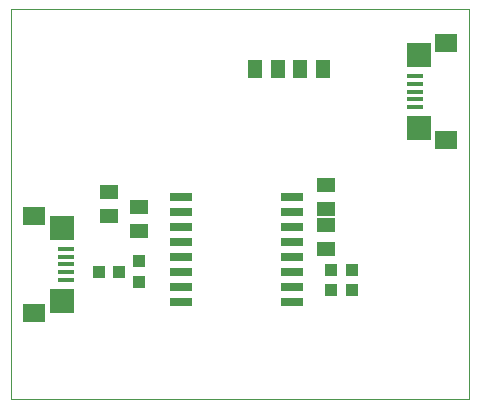
<source format=gtp>
G75*
%MOIN*%
%OFA0B0*%
%FSLAX24Y24*%
%IPPOS*%
%LPD*%
%AMOC8*
5,1,8,0,0,1.08239X$1,22.5*
%
%ADD10C,0.0000*%
%ADD11R,0.0758X0.0256*%
%ADD12R,0.0787X0.0827*%
%ADD13R,0.0748X0.0630*%
%ADD14R,0.0531X0.0157*%
%ADD15R,0.0425X0.0413*%
%ADD16R,0.0413X0.0425*%
%ADD17R,0.0630X0.0512*%
%ADD18R,0.0512X0.0630*%
D10*
X000458Y000150D02*
X000458Y013150D01*
X015708Y013150D01*
X015708Y000150D01*
X000458Y000150D01*
D11*
X006103Y003400D03*
X006103Y003900D03*
X006103Y004400D03*
X006103Y004900D03*
X006103Y005400D03*
X006103Y005900D03*
X006103Y006400D03*
X006103Y006900D03*
X009813Y006900D03*
X009813Y006400D03*
X009813Y005900D03*
X009813Y005400D03*
X009813Y004900D03*
X009813Y004400D03*
X009813Y003900D03*
X009813Y003400D03*
D12*
X002133Y003430D03*
X002133Y005870D03*
X014032Y009180D03*
X014032Y011620D03*
D13*
X014958Y012014D03*
X014958Y008786D03*
X001208Y006264D03*
X001208Y003036D03*
D14*
X002261Y004138D03*
X002261Y004394D03*
X002261Y004650D03*
X002261Y004906D03*
X002261Y005162D03*
X013905Y009888D03*
X013905Y010144D03*
X013905Y010400D03*
X013905Y010656D03*
X013905Y010912D03*
D15*
X004708Y004744D03*
X004708Y004056D03*
D16*
X004052Y004400D03*
X003363Y004400D03*
X011113Y004450D03*
X011802Y004450D03*
X011802Y003800D03*
X011113Y003800D03*
D17*
X010958Y005156D03*
X010958Y005944D03*
X010958Y006506D03*
X010958Y007294D03*
X004708Y006544D03*
X003708Y006256D03*
X003708Y007044D03*
X004708Y005756D03*
D18*
X008564Y011150D03*
X009351Y011150D03*
X010064Y011150D03*
X010851Y011150D03*
M02*

</source>
